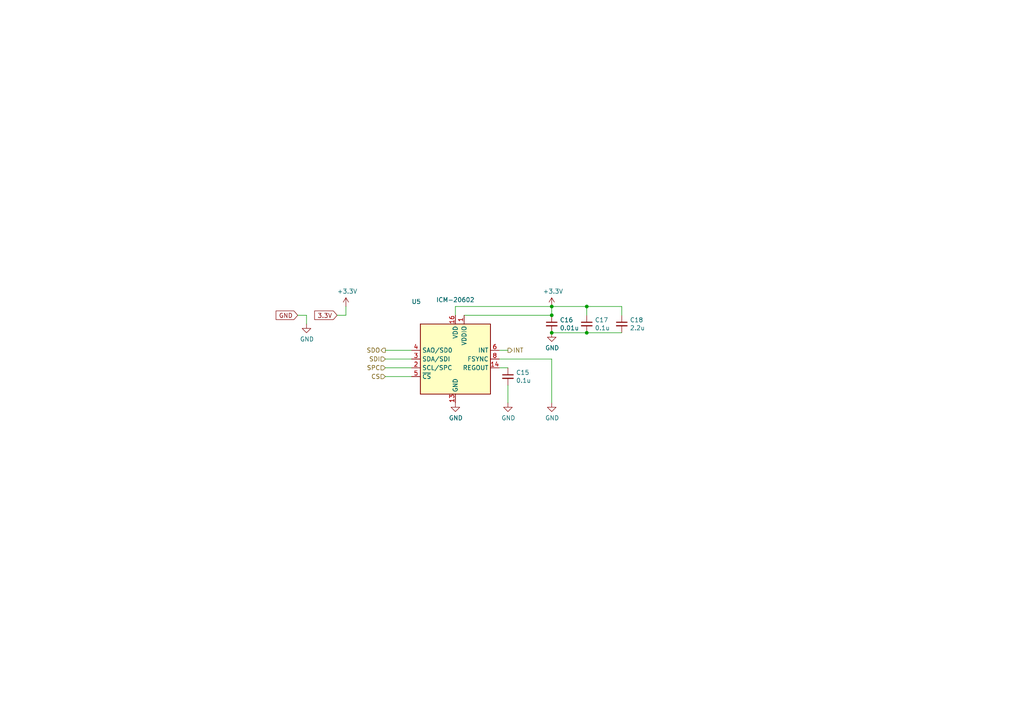
<source format=kicad_sch>
(kicad_sch (version 20211123) (generator eeschema)

  (uuid 2fd8fdcf-2b81-4073-b4f0-c238c53a27ff)

  (paper "A4")

  (lib_symbols
    (symbol "Device:C_Small" (pin_numbers hide) (pin_names (offset 0.254) hide) (in_bom yes) (on_board yes)
      (property "Reference" "C" (id 0) (at 0.254 1.778 0)
        (effects (font (size 1.27 1.27)) (justify left))
      )
      (property "Value" "C_Small" (id 1) (at 0.254 -2.032 0)
        (effects (font (size 1.27 1.27)) (justify left))
      )
      (property "Footprint" "" (id 2) (at 0 0 0)
        (effects (font (size 1.27 1.27)) hide)
      )
      (property "Datasheet" "~" (id 3) (at 0 0 0)
        (effects (font (size 1.27 1.27)) hide)
      )
      (property "ki_keywords" "capacitor cap" (id 4) (at 0 0 0)
        (effects (font (size 1.27 1.27)) hide)
      )
      (property "ki_description" "Unpolarized capacitor, small symbol" (id 5) (at 0 0 0)
        (effects (font (size 1.27 1.27)) hide)
      )
      (property "ki_fp_filters" "C_*" (id 6) (at 0 0 0)
        (effects (font (size 1.27 1.27)) hide)
      )
      (symbol "C_Small_0_1"
        (polyline
          (pts
            (xy -1.524 -0.508)
            (xy 1.524 -0.508)
          )
          (stroke (width 0.3302) (type default) (color 0 0 0 0))
          (fill (type none))
        )
        (polyline
          (pts
            (xy -1.524 0.508)
            (xy 1.524 0.508)
          )
          (stroke (width 0.3048) (type default) (color 0 0 0 0))
          (fill (type none))
        )
      )
      (symbol "C_Small_1_1"
        (pin passive line (at 0 2.54 270) (length 2.032)
          (name "~" (effects (font (size 1.27 1.27))))
          (number "1" (effects (font (size 1.27 1.27))))
        )
        (pin passive line (at 0 -2.54 90) (length 2.032)
          (name "~" (effects (font (size 1.27 1.27))))
          (number "2" (effects (font (size 1.27 1.27))))
        )
      )
    )
    (symbol "Sensor_Motion:ICM-20602" (in_bom yes) (on_board yes)
      (property "Reference" "U" (id 0) (at -10.16 11.43 0)
        (effects (font (size 1.27 1.27)) (justify left))
      )
      (property "Value" "ICM-20602" (id 1) (at 10.16 11.43 0)
        (effects (font (size 1.27 1.27)))
      )
      (property "Footprint" "Package_LGA:LGA-16_3x3mm_P0.5mm_LayoutBorder3x5y" (id 2) (at 0 6.35 0)
        (effects (font (size 1.27 1.27)) hide)
      )
      (property "Datasheet" "http://www.invensense.com/wp-content/uploads/2016/10/DS-000176-ICM-20602-v1.0.pdf" (id 3) (at 1.27 24.13 0)
        (effects (font (size 1.27 1.27)) hide)
      )
      (property "ki_keywords" "accelerometer gyro mems motion" (id 4) (at 0 0 0)
        (effects (font (size 1.27 1.27)) hide)
      )
      (property "ki_description" "High performance 6-Axis MEMS motion tracking, SPI/I2C interface, LGA-16" (id 5) (at 0 0 0)
        (effects (font (size 1.27 1.27)) hide)
      )
      (property "ki_fp_filters" "LGA*3x3mm*P0.5mm*" (id 6) (at 0 0 0)
        (effects (font (size 1.27 1.27)) hide)
      )
      (symbol "ICM-20602_0_1"
        (rectangle (start -10.16 10.16) (end 10.16 -10.16)
          (stroke (width 0.254) (type default) (color 0 0 0 0))
          (fill (type background))
        )
      )
      (symbol "ICM-20602_1_1"
        (pin power_in line (at 2.54 12.7 270) (length 2.54)
          (name "VDDIO" (effects (font (size 1.27 1.27))))
          (number "1" (effects (font (size 1.27 1.27))))
        )
        (pin passive line (at 0 -12.7 90) (length 2.54) hide
          (name "GND" (effects (font (size 1.27 1.27))))
          (number "10" (effects (font (size 1.27 1.27))))
        )
        (pin passive line (at 0 -12.7 90) (length 2.54) hide
          (name "GND" (effects (font (size 1.27 1.27))))
          (number "11" (effects (font (size 1.27 1.27))))
        )
        (pin passive line (at 0 -12.7 90) (length 2.54) hide
          (name "GND" (effects (font (size 1.27 1.27))))
          (number "12" (effects (font (size 1.27 1.27))))
        )
        (pin power_in line (at 0 -12.7 90) (length 2.54)
          (name "GND" (effects (font (size 1.27 1.27))))
          (number "13" (effects (font (size 1.27 1.27))))
        )
        (pin passive line (at 12.7 -2.54 180) (length 2.54)
          (name "REGOUT" (effects (font (size 1.27 1.27))))
          (number "14" (effects (font (size 1.27 1.27))))
        )
        (pin passive line (at 0 -12.7 90) (length 2.54) hide
          (name "GND" (effects (font (size 1.27 1.27))))
          (number "15" (effects (font (size 1.27 1.27))))
        )
        (pin power_in line (at 0 12.7 270) (length 2.54)
          (name "VDD" (effects (font (size 1.27 1.27))))
          (number "16" (effects (font (size 1.27 1.27))))
        )
        (pin input line (at -12.7 -2.54 0) (length 2.54)
          (name "SCL/SPC" (effects (font (size 1.27 1.27))))
          (number "2" (effects (font (size 1.27 1.27))))
        )
        (pin bidirectional line (at -12.7 0 0) (length 2.54)
          (name "SDA/SDI" (effects (font (size 1.27 1.27))))
          (number "3" (effects (font (size 1.27 1.27))))
        )
        (pin bidirectional line (at -12.7 2.54 0) (length 2.54)
          (name "SAO/SD0" (effects (font (size 1.27 1.27))))
          (number "4" (effects (font (size 1.27 1.27))))
        )
        (pin input line (at -12.7 -5.08 0) (length 2.54)
          (name "~{CS}" (effects (font (size 1.27 1.27))))
          (number "5" (effects (font (size 1.27 1.27))))
        )
        (pin output line (at 12.7 2.54 180) (length 2.54)
          (name "INT" (effects (font (size 1.27 1.27))))
          (number "6" (effects (font (size 1.27 1.27))))
        )
        (pin no_connect line (at -10.16 5.08 0) (length 2.54) hide
          (name "RESV" (effects (font (size 1.27 1.27))))
          (number "7" (effects (font (size 1.27 1.27))))
        )
        (pin input line (at 12.7 0 180) (length 2.54)
          (name "FSYNC" (effects (font (size 1.27 1.27))))
          (number "8" (effects (font (size 1.27 1.27))))
        )
        (pin passive line (at 0 -12.7 90) (length 2.54) hide
          (name "GND" (effects (font (size 1.27 1.27))))
          (number "9" (effects (font (size 1.27 1.27))))
        )
      )
    )
    (symbol "power:+3.3V" (power) (pin_names (offset 0)) (in_bom yes) (on_board yes)
      (property "Reference" "#PWR" (id 0) (at 0 -3.81 0)
        (effects (font (size 1.27 1.27)) hide)
      )
      (property "Value" "+3.3V" (id 1) (at 0 3.556 0)
        (effects (font (size 1.27 1.27)))
      )
      (property "Footprint" "" (id 2) (at 0 0 0)
        (effects (font (size 1.27 1.27)) hide)
      )
      (property "Datasheet" "" (id 3) (at 0 0 0)
        (effects (font (size 1.27 1.27)) hide)
      )
      (property "ki_keywords" "power-flag" (id 4) (at 0 0 0)
        (effects (font (size 1.27 1.27)) hide)
      )
      (property "ki_description" "Power symbol creates a global label with name \"+3.3V\"" (id 5) (at 0 0 0)
        (effects (font (size 1.27 1.27)) hide)
      )
      (symbol "+3.3V_0_1"
        (polyline
          (pts
            (xy -0.762 1.27)
            (xy 0 2.54)
          )
          (stroke (width 0) (type default) (color 0 0 0 0))
          (fill (type none))
        )
        (polyline
          (pts
            (xy 0 0)
            (xy 0 2.54)
          )
          (stroke (width 0) (type default) (color 0 0 0 0))
          (fill (type none))
        )
        (polyline
          (pts
            (xy 0 2.54)
            (xy 0.762 1.27)
          )
          (stroke (width 0) (type default) (color 0 0 0 0))
          (fill (type none))
        )
      )
      (symbol "+3.3V_1_1"
        (pin power_in line (at 0 0 90) (length 0) hide
          (name "+3.3V" (effects (font (size 1.27 1.27))))
          (number "1" (effects (font (size 1.27 1.27))))
        )
      )
    )
    (symbol "power:GND" (power) (pin_names (offset 0)) (in_bom yes) (on_board yes)
      (property "Reference" "#PWR" (id 0) (at 0 -6.35 0)
        (effects (font (size 1.27 1.27)) hide)
      )
      (property "Value" "GND" (id 1) (at 0 -3.81 0)
        (effects (font (size 1.27 1.27)))
      )
      (property "Footprint" "" (id 2) (at 0 0 0)
        (effects (font (size 1.27 1.27)) hide)
      )
      (property "Datasheet" "" (id 3) (at 0 0 0)
        (effects (font (size 1.27 1.27)) hide)
      )
      (property "ki_keywords" "power-flag" (id 4) (at 0 0 0)
        (effects (font (size 1.27 1.27)) hide)
      )
      (property "ki_description" "Power symbol creates a global label with name \"GND\" , ground" (id 5) (at 0 0 0)
        (effects (font (size 1.27 1.27)) hide)
      )
      (symbol "GND_0_1"
        (polyline
          (pts
            (xy 0 0)
            (xy 0 -1.27)
            (xy 1.27 -1.27)
            (xy 0 -2.54)
            (xy -1.27 -1.27)
            (xy 0 -1.27)
          )
          (stroke (width 0) (type default) (color 0 0 0 0))
          (fill (type none))
        )
      )
      (symbol "GND_1_1"
        (pin power_in line (at 0 0 270) (length 0) hide
          (name "GND" (effects (font (size 1.27 1.27))))
          (number "1" (effects (font (size 1.27 1.27))))
        )
      )
    )
  )

  (junction (at 160.02 96.52) (diameter 0) (color 0 0 0 0)
    (uuid 243bae20-3faa-4347-bc1e-805aac672911)
  )
  (junction (at 160.02 88.9) (diameter 0) (color 0 0 0 0)
    (uuid 81e66ecf-e116-4842-ac8e-699d71bddc8b)
  )
  (junction (at 170.18 88.9) (diameter 0) (color 0 0 0 0)
    (uuid 8cbfc132-27da-4dec-94cb-1cd7b58899b1)
  )
  (junction (at 160.02 91.44) (diameter 0) (color 0 0 0 0)
    (uuid c600c7e5-0968-4a06-9c0e-edd3b61b8cec)
  )
  (junction (at 170.18 96.52) (diameter 0) (color 0 0 0 0)
    (uuid f9baf014-c0cc-4793-b9f4-ec867ae76eae)
  )

  (wire (pts (xy 111.76 104.14) (xy 119.38 104.14))
    (stroke (width 0) (type default) (color 0 0 0 0))
    (uuid 056e1a35-9e9e-474d-a139-156caae2164c)
  )
  (wire (pts (xy 147.32 111.76) (xy 147.32 116.84))
    (stroke (width 0) (type default) (color 0 0 0 0))
    (uuid 0cb936e0-dfea-4c3c-8eba-1d17cf6fd6b7)
  )
  (wire (pts (xy 88.9 91.44) (xy 88.9 93.98))
    (stroke (width 0) (type default) (color 0 0 0 0))
    (uuid 142021c3-7899-4aec-8644-04531756a899)
  )
  (wire (pts (xy 160.02 88.9) (xy 160.02 91.44))
    (stroke (width 0) (type default) (color 0 0 0 0))
    (uuid 160ccb31-e094-44a8-bf12-1688c12246fa)
  )
  (wire (pts (xy 134.62 91.44) (xy 160.02 91.44))
    (stroke (width 0) (type default) (color 0 0 0 0))
    (uuid 179f49eb-cae0-4e26-a897-6513b72e05de)
  )
  (wire (pts (xy 160.02 88.9) (xy 170.18 88.9))
    (stroke (width 0) (type default) (color 0 0 0 0))
    (uuid 18b601db-27c9-45e7-a332-08df56361d94)
  )
  (wire (pts (xy 170.18 88.9) (xy 170.18 91.44))
    (stroke (width 0) (type default) (color 0 0 0 0))
    (uuid 23e4ebc1-3740-4e25-bc71-8d79afdb0061)
  )
  (wire (pts (xy 111.76 106.68) (xy 119.38 106.68))
    (stroke (width 0) (type default) (color 0 0 0 0))
    (uuid 3569610d-fea6-42e0-ae38-7a45ac0f8ae5)
  )
  (wire (pts (xy 97.79 91.44) (xy 100.33 91.44))
    (stroke (width 0) (type default) (color 0 0 0 0))
    (uuid 361df640-1ca5-42ab-b7c4-fd91941cc8c6)
  )
  (wire (pts (xy 147.32 101.6) (xy 144.78 101.6))
    (stroke (width 0) (type default) (color 0 0 0 0))
    (uuid 3832712f-dd57-4dd6-8837-563c70dc14bf)
  )
  (wire (pts (xy 144.78 106.68) (xy 147.32 106.68))
    (stroke (width 0) (type default) (color 0 0 0 0))
    (uuid 49b2d5be-9974-4f89-875b-abbef29e35f8)
  )
  (wire (pts (xy 111.76 101.6) (xy 119.38 101.6))
    (stroke (width 0) (type default) (color 0 0 0 0))
    (uuid 646a9ebd-9b56-4ed2-9cba-25951a08623d)
  )
  (wire (pts (xy 160.02 96.52) (xy 170.18 96.52))
    (stroke (width 0) (type default) (color 0 0 0 0))
    (uuid 79df78b5-61b1-4bbc-9845-ce5dfe012860)
  )
  (wire (pts (xy 144.78 104.14) (xy 160.02 104.14))
    (stroke (width 0) (type default) (color 0 0 0 0))
    (uuid 7b68e637-6fb1-41a2-aa60-249492b05bba)
  )
  (wire (pts (xy 170.18 96.52) (xy 180.34 96.52))
    (stroke (width 0) (type default) (color 0 0 0 0))
    (uuid 7f93ea40-b4a2-411e-94a1-a2ccadbb0dd0)
  )
  (wire (pts (xy 132.08 91.44) (xy 132.08 88.9))
    (stroke (width 0) (type default) (color 0 0 0 0))
    (uuid a6b921d3-74c9-4ebb-b1e1-259c32c13d13)
  )
  (wire (pts (xy 132.08 88.9) (xy 160.02 88.9))
    (stroke (width 0) (type default) (color 0 0 0 0))
    (uuid af3d4930-ef45-45a0-b5b3-0c466ff36e43)
  )
  (wire (pts (xy 170.18 88.9) (xy 180.34 88.9))
    (stroke (width 0) (type default) (color 0 0 0 0))
    (uuid b45f8358-7dfd-4704-a386-0fedbf01b9e3)
  )
  (wire (pts (xy 111.76 109.22) (xy 119.38 109.22))
    (stroke (width 0) (type default) (color 0 0 0 0))
    (uuid d053f392-de10-476c-9744-782699cdf4ff)
  )
  (wire (pts (xy 86.36 91.44) (xy 88.9 91.44))
    (stroke (width 0) (type default) (color 0 0 0 0))
    (uuid e0664055-6fe4-4e99-83ca-e631c72a550f)
  )
  (wire (pts (xy 160.02 104.14) (xy 160.02 116.84))
    (stroke (width 0) (type default) (color 0 0 0 0))
    (uuid ef0608db-f5b8-4381-b57d-814843b9d595)
  )
  (wire (pts (xy 100.33 91.44) (xy 100.33 88.9))
    (stroke (width 0) (type default) (color 0 0 0 0))
    (uuid f2bbd1b3-7a79-4a39-b1df-5f763aba4ea2)
  )
  (wire (pts (xy 180.34 88.9) (xy 180.34 91.44))
    (stroke (width 0) (type default) (color 0 0 0 0))
    (uuid f650c300-b93f-42da-9306-d8654c12c1d2)
  )

  (global_label "GND" (shape input) (at 86.36 91.44 180) (fields_autoplaced)
    (effects (font (size 1.27 1.27)) (justify right))
    (uuid 888fa4a2-4687-48f8-ad0e-e92fd4b3e3d8)
    (property "Intersheet References" "${INTERSHEET_REFS}" (id 0) (at -34.29 17.78 0)
      (effects (font (size 1.27 1.27)) hide)
    )
  )
  (global_label "3.3V" (shape input) (at 97.79 91.44 180) (fields_autoplaced)
    (effects (font (size 1.27 1.27)) (justify right))
    (uuid effccb63-f7ea-4467-a21e-ceeb5b74399f)
    (property "Intersheet References" "${INTERSHEET_REFS}" (id 0) (at -34.29 17.78 0)
      (effects (font (size 1.27 1.27)) hide)
    )
  )

  (hierarchical_label "INT" (shape output) (at 147.32 101.6 0)
    (effects (font (size 1.27 1.27)) (justify left))
    (uuid 13260226-13bf-459d-886f-cfcc652211da)
  )
  (hierarchical_label "SDO" (shape output) (at 111.76 101.6 180)
    (effects (font (size 1.27 1.27)) (justify right))
    (uuid 25b5c53e-eaec-41b3-a4dc-e5a1cbbab73a)
  )
  (hierarchical_label "SPC" (shape input) (at 111.76 106.68 180)
    (effects (font (size 1.27 1.27)) (justify right))
    (uuid 6940c1ec-288c-4389-9616-d9fcc88d078a)
  )
  (hierarchical_label "CS" (shape input) (at 111.76 109.22 180)
    (effects (font (size 1.27 1.27)) (justify right))
    (uuid 7bb21d48-7501-472f-92f3-899565fe25f8)
  )
  (hierarchical_label "SDI" (shape input) (at 111.76 104.14 180)
    (effects (font (size 1.27 1.27)) (justify right))
    (uuid f47d19db-7593-4dd2-9156-ad8891676a51)
  )

  (symbol (lib_id "Sensor_Motion:ICM-20602") (at 132.08 104.14 0) (unit 1)
    (in_bom yes) (on_board yes)
    (uuid 00000000-0000-0000-0000-00005c8e16c7)
    (property "Reference" "U5" (id 0) (at 119.3546 88.2142 0)
      (effects (font (size 1.27 1.27)) (justify left bottom))
    )
    (property "Value" "ICM-20602" (id 1) (at 132.08 86.9696 0))
    (property "Footprint" "Package_LGA:LGA-16_3x3mm_P0.5mm_LayoutBorder3x5y" (id 2) (at 132.08 97.79 0)
      (effects (font (size 1.27 1.27)) hide)
    )
    (property "Datasheet" "http://www.invensense.com/wp-content/uploads/2016/10/DS-000176-ICM-20602-v1.0.pdf" (id 3) (at 133.35 80.01 0)
      (effects (font (size 1.27 1.27)) hide)
    )
    (property "フィールド4" "TDK InvenSense" (id 4) (at 132.08 104.14 0)
      (effects (font (size 1.27 1.27)) (justify left bottom) hide)
    )
    (property "フィールド5" "World's Best 6-Axis Integrated s" (id 5) (at 132.08 104.14 0)
      (effects (font (size 1.27 1.27)) (justify left bottom) hide)
    )
    (property "フィールド6" "https://www.digikey.jp/product-detail/en/tdk-invensense/ICM-20602/1428-1060-1-ND/5872875?utm_source=snapeda&utm_medium=aggregator&utm_campaign=symbol" (id 6) (at 132.08 104.14 0)
      (effects (font (size 1.27 1.27)) (justify left bottom) hide)
    )
    (property "フィールド7" "PQFN-16 TDK-InvenSense" (id 7) (at 132.08 104.14 0)
      (effects (font (size 1.27 1.27)) (justify left bottom) hide)
    )
    (property "フィールド8" "ICM-20602" (id 8) (at 132.08 104.14 0)
      (effects (font (size 1.27 1.27)) (justify left bottom) hide)
    )
    (property "MF" "TDK InvenSense" (id 9) (at 132.08 104.14 0)
      (effects (font (size 1.27 1.27)) (justify left bottom) hide)
    )
    (property "PURCHASE-URL" "https://pricing.snapeda.com/search/part/IAM-20680/?ref=eda" (id 10) (at 132.08 104.14 0)
      (effects (font (size 1.27 1.27)) (justify left bottom) hide)
    )
    (property "PRICE" "None" (id 11) (at 132.08 104.14 0)
      (effects (font (size 1.27 1.27)) (justify left bottom) hide)
    )
    (property "PACKAGE" "PQFN-16 TDK-InvenSense" (id 12) (at 132.08 104.14 0)
      (effects (font (size 1.27 1.27)) (justify left bottom) hide)
    )
    (property "AVAILABILITY" "Good" (id 13) (at 132.08 104.14 0)
      (effects (font (size 1.27 1.27)) (justify left bottom) hide)
    )
    (property "MP" "IAM-20680" (id 14) (at 132.08 104.14 0)
      (effects (font (size 1.27 1.27)) (justify left bottom) hide)
    )
    (property "DESCRIPTION" "Accelerometer, Gyroscope, 6 Axis Sensor I²C, SPI Output" (id 15) (at 132.08 104.14 0)
      (effects (font (size 1.27 1.27)) (justify left bottom) hide)
    )
    (pin "1" (uuid 62188bfc-9e22-44f1-8024-35d4db684a03))
    (pin "10" (uuid c263c3a2-b118-412d-bada-c42d9a74da73))
    (pin "11" (uuid a6c1171b-4fc9-4231-8ac2-518bbebb10f1))
    (pin "12" (uuid 09de3b06-3364-4349-aa66-20681be1166c))
    (pin "13" (uuid c4756c8c-bcfc-409f-8e03-b04c16464286))
    (pin "14" (uuid 48e60968-206a-4b27-88a3-6a898a4d6bf5))
    (pin "15" (uuid 74bfaf4b-5f38-4586-8605-ce51163ccbd6))
    (pin "16" (uuid affdbfb7-deb1-4109-bee4-edc356034829))
    (pin "2" (uuid d37ab479-4b6c-458c-ac75-42448f7e0a8e))
    (pin "3" (uuid 94af46e5-acc3-4bb5-a802-de00cecb5481))
    (pin "4" (uuid 14632270-6c68-41ac-b729-9bc9e2d65701))
    (pin "5" (uuid af41619d-c5ec-4237-bf32-681835298196))
    (pin "6" (uuid a7f5db61-7112-4f9f-af05-953a3383d3c1))
    (pin "7" (uuid 76727d23-6ef3-40e6-9f00-8c70363f3b45))
    (pin "8" (uuid ae40f0fe-95bf-4e42-b930-444532b25abc))
    (pin "9" (uuid fc529c5d-e80e-4518-930f-ad30398095d5))
  )

  (symbol (lib_id "power:GND") (at 147.32 116.84 0) (unit 1)
    (in_bom yes) (on_board yes)
    (uuid 00000000-0000-0000-0000-00005c8e176f)
    (property "Reference" "#PWR083" (id 0) (at 147.32 123.19 0)
      (effects (font (size 1.27 1.27)) hide)
    )
    (property "Value" "GND" (id 1) (at 147.447 121.2342 0))
    (property "Footprint" "" (id 2) (at 147.32 116.84 0)
      (effects (font (size 1.27 1.27)) hide)
    )
    (property "Datasheet" "" (id 3) (at 147.32 116.84 0)
      (effects (font (size 1.27 1.27)) hide)
    )
    (pin "1" (uuid 6204775d-0b43-4d88-baeb-564280f42524))
  )

  (symbol (lib_id "Device:C_Small") (at 147.32 109.22 0) (unit 1)
    (in_bom yes) (on_board yes)
    (uuid 00000000-0000-0000-0000-00005c8e1c2c)
    (property "Reference" "C15" (id 0) (at 149.6568 108.0516 0)
      (effects (font (size 1.27 1.27)) (justify left))
    )
    (property "Value" "0.1u" (id 1) (at 149.6568 110.363 0)
      (effects (font (size 1.27 1.27)) (justify left))
    )
    (property "Footprint" "Capacitor_SMD:C_0603_1608Metric_Pad1.05x0.95mm_HandSolder" (id 2) (at 147.32 109.22 0)
      (effects (font (size 1.27 1.27)) hide)
    )
    (property "Datasheet" "~" (id 3) (at 147.32 109.22 0)
      (effects (font (size 1.27 1.27)) hide)
    )
    (pin "1" (uuid e3b954b7-b930-4fa6-9d88-21b0902cda22))
    (pin "2" (uuid 893ce163-72ac-4cc2-86de-ec968d93face))
  )

  (symbol (lib_id "Device:C_Small") (at 160.02 93.98 0) (unit 1)
    (in_bom yes) (on_board yes)
    (uuid 00000000-0000-0000-0000-00005c8e1edf)
    (property "Reference" "C16" (id 0) (at 162.3568 92.8116 0)
      (effects (font (size 1.27 1.27)) (justify left))
    )
    (property "Value" "0.01u" (id 1) (at 162.3568 95.123 0)
      (effects (font (size 1.27 1.27)) (justify left))
    )
    (property "Footprint" "Capacitor_SMD:C_0603_1608Metric_Pad1.05x0.95mm_HandSolder" (id 2) (at 160.02 93.98 0)
      (effects (font (size 1.27 1.27)) hide)
    )
    (property "Datasheet" "~" (id 3) (at 160.02 93.98 0)
      (effects (font (size 1.27 1.27)) hide)
    )
    (pin "1" (uuid d7e460b1-32d7-4ab4-b5b8-81e8acaef90d))
    (pin "2" (uuid cabcd6c7-aa31-488e-a936-5fde5f3530d2))
  )

  (symbol (lib_id "power:GND") (at 160.02 96.52 0) (unit 1)
    (in_bom yes) (on_board yes)
    (uuid 00000000-0000-0000-0000-00005c8e1fde)
    (property "Reference" "#PWR085" (id 0) (at 160.02 102.87 0)
      (effects (font (size 1.27 1.27)) hide)
    )
    (property "Value" "GND" (id 1) (at 160.147 100.9142 0))
    (property "Footprint" "" (id 2) (at 160.02 96.52 0)
      (effects (font (size 1.27 1.27)) hide)
    )
    (property "Datasheet" "" (id 3) (at 160.02 96.52 0)
      (effects (font (size 1.27 1.27)) hide)
    )
    (pin "1" (uuid a8dd84a4-5f87-4b80-957a-0f1f6657cc7f))
  )

  (symbol (lib_id "power:+3.3V") (at 160.02 88.9 0) (unit 1)
    (in_bom yes) (on_board yes)
    (uuid 00000000-0000-0000-0000-00005c8e21ff)
    (property "Reference" "#PWR084" (id 0) (at 160.02 92.71 0)
      (effects (font (size 1.27 1.27)) hide)
    )
    (property "Value" "+3.3V" (id 1) (at 160.401 84.5058 0))
    (property "Footprint" "" (id 2) (at 160.02 88.9 0)
      (effects (font (size 1.27 1.27)) hide)
    )
    (property "Datasheet" "" (id 3) (at 160.02 88.9 0)
      (effects (font (size 1.27 1.27)) hide)
    )
    (pin "1" (uuid 69f77550-4bd6-4d00-b4d0-025048a6e3ed))
  )

  (symbol (lib_id "Device:C_Small") (at 170.18 93.98 0) (unit 1)
    (in_bom yes) (on_board yes)
    (uuid 00000000-0000-0000-0000-00005c8e2470)
    (property "Reference" "C17" (id 0) (at 172.5168 92.8116 0)
      (effects (font (size 1.27 1.27)) (justify left))
    )
    (property "Value" "0.1u" (id 1) (at 172.5168 95.123 0)
      (effects (font (size 1.27 1.27)) (justify left))
    )
    (property "Footprint" "Capacitor_SMD:C_0603_1608Metric_Pad1.05x0.95mm_HandSolder" (id 2) (at 170.18 93.98 0)
      (effects (font (size 1.27 1.27)) hide)
    )
    (property "Datasheet" "~" (id 3) (at 170.18 93.98 0)
      (effects (font (size 1.27 1.27)) hide)
    )
    (pin "1" (uuid 7d4d8f45-6959-47d7-80f2-f5d06fe12a8c))
    (pin "2" (uuid 993fcea6-9415-45f3-8608-1922747f6808))
  )

  (symbol (lib_id "Device:C_Small") (at 180.34 93.98 0) (unit 1)
    (in_bom yes) (on_board yes)
    (uuid 00000000-0000-0000-0000-00005c8e2498)
    (property "Reference" "C18" (id 0) (at 182.6768 92.8116 0)
      (effects (font (size 1.27 1.27)) (justify left))
    )
    (property "Value" "2.2u" (id 1) (at 182.6768 95.123 0)
      (effects (font (size 1.27 1.27)) (justify left))
    )
    (property "Footprint" "Capacitor_SMD:C_0603_1608Metric_Pad1.05x0.95mm_HandSolder" (id 2) (at 180.34 93.98 0)
      (effects (font (size 1.27 1.27)) hide)
    )
    (property "Datasheet" "~" (id 3) (at 180.34 93.98 0)
      (effects (font (size 1.27 1.27)) hide)
    )
    (pin "1" (uuid a5e20db3-f231-42b6-9cab-0f6fa5d41d8c))
    (pin "2" (uuid 79fc8bee-59f4-4039-b40c-36aac702e41d))
  )

  (symbol (lib_id "power:GND") (at 88.9 93.98 0) (unit 1)
    (in_bom yes) (on_board yes)
    (uuid 00000000-0000-0000-0000-00005c8e3099)
    (property "Reference" "#PWR081" (id 0) (at 88.9 100.33 0)
      (effects (font (size 1.27 1.27)) hide)
    )
    (property "Value" "GND" (id 1) (at 89.027 98.3742 0))
    (property "Footprint" "" (id 2) (at 88.9 93.98 0)
      (effects (font (size 1.27 1.27)) hide)
    )
    (property "Datasheet" "" (id 3) (at 88.9 93.98 0)
      (effects (font (size 1.27 1.27)) hide)
    )
    (pin "1" (uuid b1f08f50-e692-46e1-b1ac-a062c59df682))
  )

  (symbol (lib_id "power:+3.3V") (at 100.33 88.9 0) (unit 1)
    (in_bom yes) (on_board yes)
    (uuid 00000000-0000-0000-0000-00005c8e3584)
    (property "Reference" "#PWR082" (id 0) (at 100.33 92.71 0)
      (effects (font (size 1.27 1.27)) hide)
    )
    (property "Value" "+3.3V" (id 1) (at 100.711 84.5058 0))
    (property "Footprint" "" (id 2) (at 100.33 88.9 0)
      (effects (font (size 1.27 1.27)) hide)
    )
    (property "Datasheet" "" (id 3) (at 100.33 88.9 0)
      (effects (font (size 1.27 1.27)) hide)
    )
    (pin "1" (uuid 51b983eb-8c26-48a4-b906-d59b0b6dc8da))
  )

  (symbol (lib_id "power:GND") (at 160.02 116.84 0) (unit 1)
    (in_bom yes) (on_board yes)
    (uuid 4050852e-446e-4d33-ab89-50cb987ea378)
    (property "Reference" "#PWR0121" (id 0) (at 160.02 123.19 0)
      (effects (font (size 1.27 1.27)) hide)
    )
    (property "Value" "GND" (id 1) (at 160.147 121.2342 0))
    (property "Footprint" "" (id 2) (at 160.02 116.84 0)
      (effects (font (size 1.27 1.27)) hide)
    )
    (property "Datasheet" "" (id 3) (at 160.02 116.84 0)
      (effects (font (size 1.27 1.27)) hide)
    )
    (pin "1" (uuid 9d0b40e9-c085-4839-ade5-89ca098a99c0))
  )

  (symbol (lib_id "power:GND") (at 132.08 116.84 0) (unit 1)
    (in_bom yes) (on_board yes)
    (uuid cabd26cf-4b45-4a11-a3a7-98a6cc12d886)
    (property "Reference" "#PWR080" (id 0) (at 132.08 123.19 0)
      (effects (font (size 1.27 1.27)) hide)
    )
    (property "Value" "GND" (id 1) (at 132.207 121.2342 0))
    (property "Footprint" "" (id 2) (at 132.08 116.84 0)
      (effects (font (size 1.27 1.27)) hide)
    )
    (property "Datasheet" "" (id 3) (at 132.08 116.84 0)
      (effects (font (size 1.27 1.27)) hide)
    )
    (pin "1" (uuid 31c37286-bfdc-4dd7-baa1-ad61389f94d3))
  )
)

</source>
